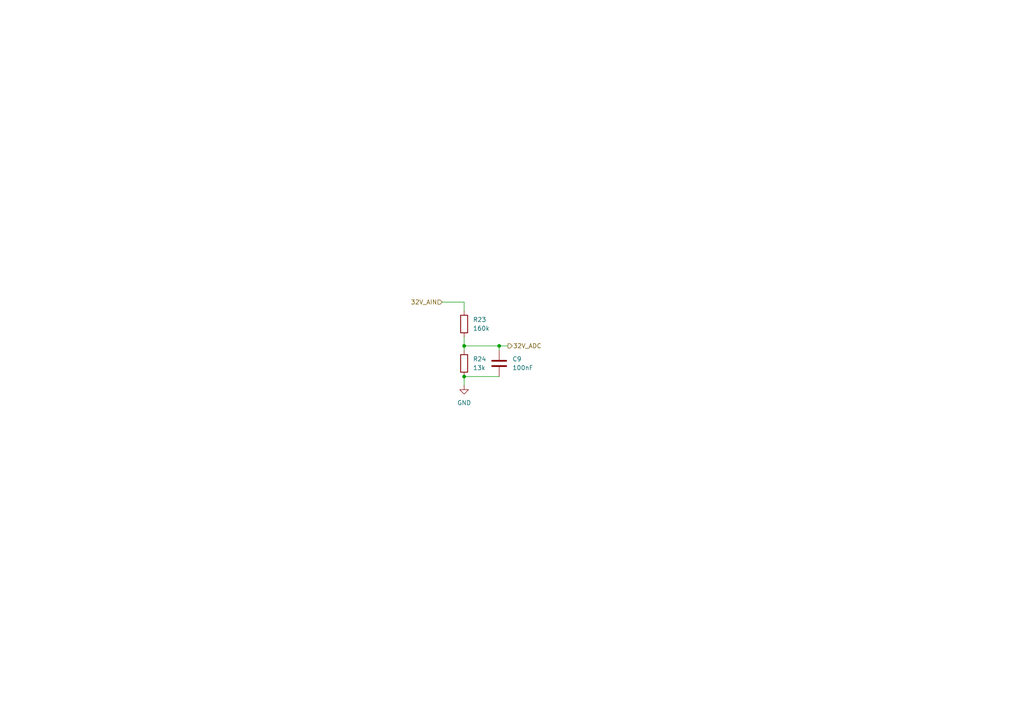
<source format=kicad_sch>
(kicad_sch
	(version 20250114)
	(generator "eeschema")
	(generator_version "9.0")
	(uuid "963cfbdd-2b96-4b70-ae8c-0b306601253e")
	(paper "A4")
	(lib_symbols
		(symbol "Device:C"
			(pin_numbers
				(hide yes)
			)
			(pin_names
				(offset 0.254)
			)
			(exclude_from_sim no)
			(in_bom yes)
			(on_board yes)
			(property "Reference" "C"
				(at 0.635 2.54 0)
				(effects
					(font
						(size 1.27 1.27)
					)
					(justify left)
				)
			)
			(property "Value" "C"
				(at 0.635 -2.54 0)
				(effects
					(font
						(size 1.27 1.27)
					)
					(justify left)
				)
			)
			(property "Footprint" ""
				(at 0.9652 -3.81 0)
				(effects
					(font
						(size 1.27 1.27)
					)
					(hide yes)
				)
			)
			(property "Datasheet" "~"
				(at 0 0 0)
				(effects
					(font
						(size 1.27 1.27)
					)
					(hide yes)
				)
			)
			(property "Description" "Unpolarized capacitor"
				(at 0 0 0)
				(effects
					(font
						(size 1.27 1.27)
					)
					(hide yes)
				)
			)
			(property "ki_keywords" "cap capacitor"
				(at 0 0 0)
				(effects
					(font
						(size 1.27 1.27)
					)
					(hide yes)
				)
			)
			(property "ki_fp_filters" "C_*"
				(at 0 0 0)
				(effects
					(font
						(size 1.27 1.27)
					)
					(hide yes)
				)
			)
			(symbol "C_0_1"
				(polyline
					(pts
						(xy -2.032 0.762) (xy 2.032 0.762)
					)
					(stroke
						(width 0.508)
						(type default)
					)
					(fill
						(type none)
					)
				)
				(polyline
					(pts
						(xy -2.032 -0.762) (xy 2.032 -0.762)
					)
					(stroke
						(width 0.508)
						(type default)
					)
					(fill
						(type none)
					)
				)
			)
			(symbol "C_1_1"
				(pin passive line
					(at 0 3.81 270)
					(length 2.794)
					(name "~"
						(effects
							(font
								(size 1.27 1.27)
							)
						)
					)
					(number "1"
						(effects
							(font
								(size 1.27 1.27)
							)
						)
					)
				)
				(pin passive line
					(at 0 -3.81 90)
					(length 2.794)
					(name "~"
						(effects
							(font
								(size 1.27 1.27)
							)
						)
					)
					(number "2"
						(effects
							(font
								(size 1.27 1.27)
							)
						)
					)
				)
			)
			(embedded_fonts no)
		)
		(symbol "Device:R"
			(pin_numbers
				(hide yes)
			)
			(pin_names
				(offset 0)
			)
			(exclude_from_sim no)
			(in_bom yes)
			(on_board yes)
			(property "Reference" "R"
				(at 2.032 0 90)
				(effects
					(font
						(size 1.27 1.27)
					)
				)
			)
			(property "Value" "R"
				(at 0 0 90)
				(effects
					(font
						(size 1.27 1.27)
					)
				)
			)
			(property "Footprint" ""
				(at -1.778 0 90)
				(effects
					(font
						(size 1.27 1.27)
					)
					(hide yes)
				)
			)
			(property "Datasheet" "~"
				(at 0 0 0)
				(effects
					(font
						(size 1.27 1.27)
					)
					(hide yes)
				)
			)
			(property "Description" "Resistor"
				(at 0 0 0)
				(effects
					(font
						(size 1.27 1.27)
					)
					(hide yes)
				)
			)
			(property "ki_keywords" "R res resistor"
				(at 0 0 0)
				(effects
					(font
						(size 1.27 1.27)
					)
					(hide yes)
				)
			)
			(property "ki_fp_filters" "R_*"
				(at 0 0 0)
				(effects
					(font
						(size 1.27 1.27)
					)
					(hide yes)
				)
			)
			(symbol "R_0_1"
				(rectangle
					(start -1.016 -2.54)
					(end 1.016 2.54)
					(stroke
						(width 0.254)
						(type default)
					)
					(fill
						(type none)
					)
				)
			)
			(symbol "R_1_1"
				(pin passive line
					(at 0 3.81 270)
					(length 1.27)
					(name "~"
						(effects
							(font
								(size 1.27 1.27)
							)
						)
					)
					(number "1"
						(effects
							(font
								(size 1.27 1.27)
							)
						)
					)
				)
				(pin passive line
					(at 0 -3.81 90)
					(length 1.27)
					(name "~"
						(effects
							(font
								(size 1.27 1.27)
							)
						)
					)
					(number "2"
						(effects
							(font
								(size 1.27 1.27)
							)
						)
					)
				)
			)
			(embedded_fonts no)
		)
		(symbol "power:GND"
			(power)
			(pin_numbers
				(hide yes)
			)
			(pin_names
				(offset 0)
				(hide yes)
			)
			(exclude_from_sim no)
			(in_bom yes)
			(on_board yes)
			(property "Reference" "#PWR"
				(at 0 -6.35 0)
				(effects
					(font
						(size 1.27 1.27)
					)
					(hide yes)
				)
			)
			(property "Value" "GND"
				(at 0 -3.81 0)
				(effects
					(font
						(size 1.27 1.27)
					)
				)
			)
			(property "Footprint" ""
				(at 0 0 0)
				(effects
					(font
						(size 1.27 1.27)
					)
					(hide yes)
				)
			)
			(property "Datasheet" ""
				(at 0 0 0)
				(effects
					(font
						(size 1.27 1.27)
					)
					(hide yes)
				)
			)
			(property "Description" "Power symbol creates a global label with name \"GND\" , ground"
				(at 0 0 0)
				(effects
					(font
						(size 1.27 1.27)
					)
					(hide yes)
				)
			)
			(property "ki_keywords" "global power"
				(at 0 0 0)
				(effects
					(font
						(size 1.27 1.27)
					)
					(hide yes)
				)
			)
			(symbol "GND_0_1"
				(polyline
					(pts
						(xy 0 0) (xy 0 -1.27) (xy 1.27 -1.27) (xy 0 -2.54) (xy -1.27 -1.27) (xy 0 -1.27)
					)
					(stroke
						(width 0)
						(type default)
					)
					(fill
						(type none)
					)
				)
			)
			(symbol "GND_1_1"
				(pin power_in line
					(at 0 0 270)
					(length 0)
					(name "~"
						(effects
							(font
								(size 1.27 1.27)
							)
						)
					)
					(number "1"
						(effects
							(font
								(size 1.27 1.27)
							)
						)
					)
				)
			)
			(embedded_fonts no)
		)
	)
	(junction
		(at 134.62 109.22)
		(diameter 0)
		(color 0 0 0 0)
		(uuid "2bad30c7-5760-489b-9d22-79c0840df3f5")
	)
	(junction
		(at 134.62 100.33)
		(diameter 0)
		(color 0 0 0 0)
		(uuid "8f05c1d2-7ee8-4337-8e8a-c3062be7c638")
	)
	(junction
		(at 144.78 100.33)
		(diameter 0)
		(color 0 0 0 0)
		(uuid "a5a33b62-9d40-4f46-8f73-47a5ec771e5a")
	)
	(wire
		(pts
			(xy 134.62 87.63) (xy 134.62 90.17)
		)
		(stroke
			(width 0)
			(type default)
		)
		(uuid "05299b80-75ee-443a-8993-2cde90d9a497")
	)
	(wire
		(pts
			(xy 144.78 100.33) (xy 147.32 100.33)
		)
		(stroke
			(width 0)
			(type default)
		)
		(uuid "0ae5f785-5c90-47db-8a4f-86c06bb0a836")
	)
	(wire
		(pts
			(xy 144.78 101.6) (xy 144.78 100.33)
		)
		(stroke
			(width 0)
			(type default)
		)
		(uuid "a4fdef1f-9682-4080-8d16-713d35a58d51")
	)
	(wire
		(pts
			(xy 128.27 87.63) (xy 134.62 87.63)
		)
		(stroke
			(width 0)
			(type default)
		)
		(uuid "a8105190-4837-4bc8-8dde-a55046b95e65")
	)
	(wire
		(pts
			(xy 134.62 109.22) (xy 134.62 111.76)
		)
		(stroke
			(width 0)
			(type default)
		)
		(uuid "cc511c0e-a68c-4f69-8612-b3130057e0bf")
	)
	(wire
		(pts
			(xy 134.62 100.33) (xy 144.78 100.33)
		)
		(stroke
			(width 0)
			(type default)
		)
		(uuid "cf86c70f-b9de-4380-b3ca-39c2ed8e929f")
	)
	(wire
		(pts
			(xy 134.62 100.33) (xy 134.62 101.6)
		)
		(stroke
			(width 0)
			(type default)
		)
		(uuid "def2dab1-63aa-403c-b4fd-7f20c886d585")
	)
	(wire
		(pts
			(xy 134.62 109.22) (xy 144.78 109.22)
		)
		(stroke
			(width 0)
			(type default)
		)
		(uuid "ea9d7383-55c6-4f8d-b0d4-12c9c436dc9e")
	)
	(wire
		(pts
			(xy 134.62 97.79) (xy 134.62 100.33)
		)
		(stroke
			(width 0)
			(type default)
		)
		(uuid "f31c87b4-dffc-4ade-931b-d5a866db5c48")
	)
	(hierarchical_label "32V_ADC"
		(shape output)
		(at 147.32 100.33 0)
		(effects
			(font
				(size 1.27 1.27)
			)
			(justify left)
		)
		(uuid "bc0bb9cc-f77c-4954-9496-6752ddb17904")
	)
	(hierarchical_label "32V_AIN"
		(shape input)
		(at 128.27 87.63 180)
		(effects
			(font
				(size 1.27 1.27)
			)
			(justify right)
		)
		(uuid "c0f6894f-9e4a-4140-83fb-dc6f797f234c")
	)
	(symbol
		(lib_id "Device:R")
		(at 134.62 105.41 0)
		(unit 1)
		(exclude_from_sim no)
		(in_bom yes)
		(on_board yes)
		(dnp no)
		(fields_autoplaced yes)
		(uuid "1d8b7431-cf34-460f-bf3a-924a518a5568")
		(property "Reference" "R24"
			(at 137.16 104.1399 0)
			(effects
				(font
					(size 1.27 1.27)
				)
				(justify left)
			)
		)
		(property "Value" "13k"
			(at 137.16 106.6799 0)
			(effects
				(font
					(size 1.27 1.27)
				)
				(justify left)
			)
		)
		(property "Footprint" "Resistor_SMD:R_0603_1608Metric"
			(at 132.842 105.41 90)
			(effects
				(font
					(size 1.27 1.27)
				)
				(hide yes)
			)
		)
		(property "Datasheet" "~"
			(at 134.62 105.41 0)
			(effects
				(font
					(size 1.27 1.27)
				)
				(hide yes)
			)
		)
		(property "Description" "Resistor"
			(at 134.62 105.41 0)
			(effects
				(font
					(size 1.27 1.27)
				)
				(hide yes)
			)
		)
		(pin "1"
			(uuid "c0fc5d8e-46d6-408d-b50e-2595b687335c")
		)
		(pin "2"
			(uuid "704aca34-3635-4f6c-8d1d-e2b5a095699b")
		)
		(instances
			(project "NIVARA"
				(path "/e09284a3-0da6-4b1c-80d3-a52d405369d9/b46cdcb1-15cb-4562-89d5-6c513685d0bc/d799117f-f586-4782-b83c-f9269be8f8b4"
					(reference "R24")
					(unit 1)
				)
			)
		)
	)
	(symbol
		(lib_id "Device:R")
		(at 134.62 93.98 0)
		(unit 1)
		(exclude_from_sim no)
		(in_bom yes)
		(on_board yes)
		(dnp no)
		(fields_autoplaced yes)
		(uuid "29fd7cfd-1726-4fde-b753-0de186e3f2de")
		(property "Reference" "R23"
			(at 137.16 92.7099 0)
			(effects
				(font
					(size 1.27 1.27)
				)
				(justify left)
			)
		)
		(property "Value" "160k"
			(at 137.16 95.2499 0)
			(effects
				(font
					(size 1.27 1.27)
				)
				(justify left)
			)
		)
		(property "Footprint" "Resistor_SMD:R_0603_1608Metric"
			(at 132.842 93.98 90)
			(effects
				(font
					(size 1.27 1.27)
				)
				(hide yes)
			)
		)
		(property "Datasheet" "~"
			(at 134.62 93.98 0)
			(effects
				(font
					(size 1.27 1.27)
				)
				(hide yes)
			)
		)
		(property "Description" "Resistor"
			(at 134.62 93.98 0)
			(effects
				(font
					(size 1.27 1.27)
				)
				(hide yes)
			)
		)
		(pin "1"
			(uuid "902c46b6-11e0-403f-b026-a5a70dacd33a")
		)
		(pin "2"
			(uuid "bf9efb7f-e070-481c-ac46-e567ea289fd6")
		)
		(instances
			(project "NIVARA"
				(path "/e09284a3-0da6-4b1c-80d3-a52d405369d9/b46cdcb1-15cb-4562-89d5-6c513685d0bc/d799117f-f586-4782-b83c-f9269be8f8b4"
					(reference "R23")
					(unit 1)
				)
			)
		)
	)
	(symbol
		(lib_id "power:GND")
		(at 134.62 111.76 0)
		(unit 1)
		(exclude_from_sim no)
		(in_bom yes)
		(on_board yes)
		(dnp no)
		(fields_autoplaced yes)
		(uuid "b3f49feb-ef9d-4a9c-82db-37deb20a1e76")
		(property "Reference" "#PWR047"
			(at 134.62 118.11 0)
			(effects
				(font
					(size 1.27 1.27)
				)
				(hide yes)
			)
		)
		(property "Value" "GND"
			(at 134.62 116.84 0)
			(effects
				(font
					(size 1.27 1.27)
				)
			)
		)
		(property "Footprint" ""
			(at 134.62 111.76 0)
			(effects
				(font
					(size 1.27 1.27)
				)
				(hide yes)
			)
		)
		(property "Datasheet" ""
			(at 134.62 111.76 0)
			(effects
				(font
					(size 1.27 1.27)
				)
				(hide yes)
			)
		)
		(property "Description" "Power symbol creates a global label with name \"GND\" , ground"
			(at 134.62 111.76 0)
			(effects
				(font
					(size 1.27 1.27)
				)
				(hide yes)
			)
		)
		(pin "1"
			(uuid "b92dc70b-625f-4f9a-8e76-39dac4150eb0")
		)
		(instances
			(project "NIVARA"
				(path "/e09284a3-0da6-4b1c-80d3-a52d405369d9/b46cdcb1-15cb-4562-89d5-6c513685d0bc/d799117f-f586-4782-b83c-f9269be8f8b4"
					(reference "#PWR047")
					(unit 1)
				)
			)
		)
	)
	(symbol
		(lib_id "Device:C")
		(at 144.78 105.41 0)
		(unit 1)
		(exclude_from_sim no)
		(in_bom yes)
		(on_board yes)
		(dnp no)
		(fields_autoplaced yes)
		(uuid "c33bfa7b-4383-4d46-a754-7a3ff49e2ffe")
		(property "Reference" "C9"
			(at 148.59 104.1399 0)
			(effects
				(font
					(size 1.27 1.27)
				)
				(justify left)
			)
		)
		(property "Value" "100nF"
			(at 148.59 106.6799 0)
			(effects
				(font
					(size 1.27 1.27)
				)
				(justify left)
			)
		)
		(property "Footprint" "Capacitor_SMD:C_0805_2012Metric"
			(at 145.7452 109.22 0)
			(effects
				(font
					(size 1.27 1.27)
				)
				(hide yes)
			)
		)
		(property "Datasheet" "~"
			(at 144.78 105.41 0)
			(effects
				(font
					(size 1.27 1.27)
				)
				(hide yes)
			)
		)
		(property "Description" "Unpolarized capacitor"
			(at 144.78 105.41 0)
			(effects
				(font
					(size 1.27 1.27)
				)
				(hide yes)
			)
		)
		(pin "2"
			(uuid "77dd6296-d843-4e4b-919a-07527a448ab4")
		)
		(pin "1"
			(uuid "087abdd6-ed69-4ee7-88d8-0ac3e998d9a6")
		)
		(instances
			(project "NIVARA"
				(path "/e09284a3-0da6-4b1c-80d3-a52d405369d9/b46cdcb1-15cb-4562-89d5-6c513685d0bc/d799117f-f586-4782-b83c-f9269be8f8b4"
					(reference "C9")
					(unit 1)
				)
			)
		)
	)
)

</source>
